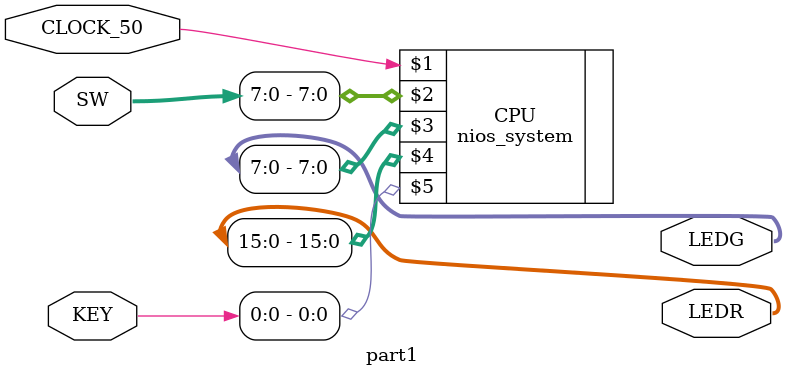
<source format=v>
module part1 (CLOCK_50, KEY, LEDR, LEDG, SW);
	input CLOCK_50;
	input [3:0] KEY;
	input [17:0] SW;
	output [17:0] LEDR;
	output [8:0] LEDG;
	
	nios_system CPU (CLOCK_50, SW[7:0], LEDG[7:0], LEDR[15:0], KEY[0]);
endmodule
</source>
